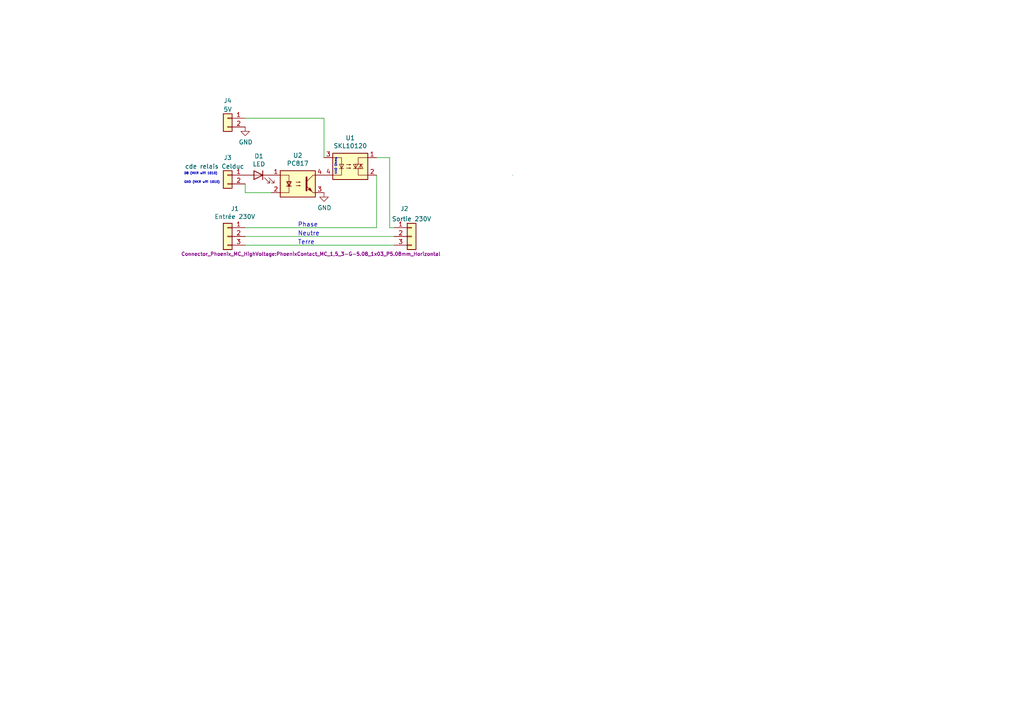
<source format=kicad_sch>
(kicad_sch (version 20211123) (generator eeschema)
  (paper "A4")
  (title_block (title "e-rupteur wifi - Carte cde relais") (date "2020-11-12") (rev "A") (company "A3C presqu'île"))
  (lib_symbols
    (symbol "e-r-wifi-rescue:Conn_01x02-Connector_Generic" (pin_names (offset 1.016) hide)
      (property "Reference" "J" (at 0 2.54 0))
      (property "Value" "Conn_01x02-Connector_Generic" (at 0 -5.08 0))
      (symbol "Conn_01x02-Connector_Generic_1_1"
        (rectangle (start -1.27 -2.413) (end 0 -2.667) (stroke (width 0.1524)))
        (rectangle (start -1.27 0.127) (end 0 -0.127) (stroke (width 0.1524)))
        (rectangle (start -1.27 1.27) (end 1.27 -3.81) (stroke (width 0.254)) (fill (type background)))
        (pin passive line (at -5.08 0 0) (length 3.81) (name "Pin_1") (number "1"))
        (pin passive line (at -5.08 -2.54 0) (length 3.81) (name "Pin_2") (number "2"))
      )
    )
    (symbol "e-r-wifi-rescue:Conn_01x03-Connector_Generic" (pin_names (offset 1.016) hide)
      (property "Reference" "J" (at 0 5.08 0))
      (property "Value" "Conn_01x03-Connector_Generic" (at 0 -5.08 0))
      (symbol "Conn_01x03-Connector_Generic_1_1"
        (rectangle (start -1.27 -2.413) (end 0 -2.667) (stroke (width 0.1524)))
        (rectangle (start -1.27 0.127) (end 0 -0.127) (stroke (width 0.1524)))
        (rectangle (start -1.27 2.667) (end 0 2.413) (stroke (width 0.1524)))
        (rectangle (start -1.27 3.81) (end 1.27 -3.81) (stroke (width 0.254)) (fill (type background)))
        (pin passive line (at -5.08 2.54 0) (length 3.81) (name "Pin_1") (number "1"))
        (pin passive line (at -5.08 0 0) (length 3.81) (name "Pin_2") (number "2"))
        (pin passive line (at -5.08 -2.54 0) (length 3.81) (name "Pin_3") (number "3"))
      )
    )
    (symbol "e-r-wifi-rescue:GND-power" (power) (pin_names (offset 0))
      (property "Value" "GND-power" (at 0 -3.81 0))
      (symbol "GND-power_0_1"
        (polyline (pts (xy 0 0) (xy 0 -1.27) (xy 1.27 -1.27) (xy 0 -2.54) (xy -1.27 -1.27) (xy 0 -1.27)))
      )
      (symbol "GND-power_1_1"
        (pin power_in line (at 0 0 270) (length 0) hide (name "GND") (number "1"))
      )
    )
    (symbol "e-r-wifi-rescue:LED-Device" (pin_numbers hide) (pin_names (offset 1.016) hide)
      (property "Reference" "D" (at 0 2.54 0))
      (property "Value" "LED-Device" (at 0 -2.54 0))
      (symbol "LED-Device_0_1"
        (polyline (pts (xy -1.27 -1.27) (xy -1.27 1.27)) (stroke (width 0.254)))
        (polyline (pts (xy -1.27 0) (xy 1.27 0)))
        (polyline (pts (xy 1.27 -1.27) (xy 1.27 1.27) (xy -1.27 0) (xy 1.27 -1.27)) (stroke (width 0.254)))
        (polyline (pts (xy -3.048 -0.762) (xy -4.572 -2.286) (xy -3.81 -2.286) (xy -4.572 -2.286) (xy -4.572 -1.524)))
        (polyline (pts (xy -1.778 -0.762) (xy -3.302 -2.286) (xy -2.54 -2.286) (xy -3.302 -2.286) (xy -3.302 -1.524)))
      )
      (symbol "LED-Device_1_1"
        (pin passive line (at -3.81 0 0) (length 2.54) (name "K") (number "1"))
        (pin passive line (at 3.81 0 180) (length 2.54) (name "A") (number "2"))
      )
    )
    (symbol "e-r-wifi-rescue:PC817-Isolator" (pin_names (offset 1.016))
      (property "Reference" "U" (at -5.08 5.08 0))
      (property "Value" "PC817-Isolator" (at 0 5.08 0))
      (symbol "PC817-Isolator_0_1"
        (rectangle (start -5.08 3.81) (end 5.08 -3.81) (stroke (width 0.254)) (fill (type background)))
        (polyline (pts (xy -3.175 -0.635) (xy -1.905 -0.635)) (stroke (width 0.254)))
        (polyline (pts (xy 2.54 0.635) (xy 4.445 2.54)))
        (polyline (pts (xy 4.445 -2.54) (xy 2.54 -0.635)) (fill (type outline)))
        (polyline (pts (xy 4.445 -2.54) (xy 5.08 -2.54)))
        (polyline (pts (xy 4.445 2.54) (xy 5.08 2.54)))
        (polyline (pts (xy -5.08 2.54) (xy -2.54 2.54) (xy -2.54 -0.635)))
        (polyline (pts (xy -2.54 -0.635) (xy -2.54 -2.54) (xy -5.08 -2.54)))
        (polyline (pts (xy 2.54 1.905) (xy 2.54 -1.905) (xy 2.54 -1.905)) (stroke (width 0.508)))
        (polyline (pts (xy -2.54 -0.635) (xy -3.175 0.635) (xy -1.905 0.635) (xy -2.54 -0.635)) (stroke (width 0.254)))
        (polyline (pts (xy -0.508 -0.508) (xy 0.762 -0.508) (xy 0.381 -0.635) (xy 0.381 -0.381) (xy 0.762 -0.508)))
        (polyline (pts (xy -0.508 0.508) (xy 0.762 0.508) (xy 0.381 0.381) (xy 0.381 0.635) (xy 0.762 0.508)))
        (polyline (pts (xy 3.048 -1.651) (xy 3.556 -1.143) (xy 4.064 -2.159) (xy 3.048 -1.651) (xy 3.048 -1.651)) (fill (type outline)))
      )
      (symbol "PC817-Isolator_1_1"
        (pin passive line (at -7.62 2.54 0) (length 2.54) (name "~") (number "1"))
        (pin passive line (at -7.62 -2.54 0) (length 2.54) (name "~") (number "2"))
        (pin passive line (at 7.62 -2.54 180) (length 2.54) (name "~") (number "3"))
        (pin passive line (at 7.62 2.54 180) (length 2.54) (name "~") (number "4"))
      )
    )
    (symbol "e-r-wifi-rescue:S102S01-Relay_SolidState"
      (property "Reference" "U" (at -5.08 5.08 0))
      (property "Value" "S102S01-Relay_SolidState" (at 0 5.08 0))
      (symbol "S102S01-Relay_SolidState_0_1"
        (rectangle (start -5.08 3.81) (end 5.08 -3.81) (stroke (width 0.254)) (fill (type background)))
        (polyline (pts (xy -3.175 -0.635) (xy -1.905 -0.635)))
        (polyline (pts (xy 1.524 -0.635) (xy 1.524 0.635)))
        (polyline (pts (xy 3.048 0.635) (xy 3.048 -0.635)))
        (polyline (pts (xy 2.286 -0.635) (xy 2.286 -2.54) (xy 5.08 -2.54)))
        (polyline (pts (xy 2.286 0.635) (xy 2.286 2.54) (xy 5.08 2.54)))
        (polyline (pts (xy -5.08 2.54) (xy -2.54 2.54) (xy -2.54 -2.54) (xy -5.08 -2.54)))
        (polyline (pts (xy -2.54 -0.635) (xy -3.175 0.635) (xy -1.905 0.635) (xy -2.54 -0.635)))
        (polyline (pts (xy 0.889 -0.635) (xy 3.683 -0.635) (xy 3.048 0.635) (xy 2.413 -0.635)))
        (polyline (pts (xy 3.683 0.635) (xy 0.889 0.635) (xy 1.524 -0.635) (xy 2.159 0.635)))
        (polyline (pts (xy -1.143 -0.508) (xy 0.127 -0.508) (xy -0.254 -0.635) (xy -0.254 -0.381) (xy 0.127 -0.508)))
        (polyline (pts (xy -1.143 0.508) (xy 0.127 0.508) (xy -0.254 0.381) (xy -0.254 0.635) (xy 0.127 0.508)))
      )
      (symbol "S102S01-Relay_SolidState_1_1"
        (pin passive line (at 7.62 2.54 180) (length 2.54) (name "~") (number "1"))
        (pin passive line (at 7.62 -2.54 180) (length 2.54) (name "~") (number "2"))
        (pin passive line (at -7.62 2.54 0) (length 2.54) (name "~") (number "3"))
        (pin passive line (at -7.62 -2.54 0) (length 2.54) (name "~") (number "4"))
      )
    )
  )
  (wire (pts (xy 71.12 71.12) (xy 114.3 71.12)))
  (wire (pts (xy 78.74 55.88) (xy 71.12 55.88)))
  (wire (pts (xy 148.717 50.8) (xy 148.717 50.8508)))
  (wire (pts (xy 71.12 55.88) (xy 71.12 53.34)))
  (wire (pts (xy 113.03 45.72) (xy 109.22 45.72)))
  (wire (pts (xy 93.98 34.29) (xy 93.98 45.72)))
  (wire (pts (xy 71.12 68.58) (xy 114.3 68.58)))
  (wire (pts (xy 109.22 66.04) (xy 109.22 50.8)))
  (wire (pts (xy 113.03 66.04) (xy 113.03 45.72)))
  (wire (pts (xy 71.12 66.04) (xy 109.22 66.04)))
  (wire (pts (xy 93.98 34.29) (xy 71.12 34.29)))
  (wire (pts (xy 114.3 66.04) (xy 113.03 66.04)))
  (text "GND (MKR wifi 1010)" (at 53.34 53.34 0) (effects (font (size 0.635 0.635)) (justify left bottom)))
  (text "Terre" (at 86.36 71.12 0) (effects (font (size 1.27 1.27)) (justify left bottom)))
  (text "D8 (MKR wifi 1010)" (at 53.34 50.8 0) (effects (font (size 0.635 0.635)) (justify left bottom)))
  (text "440 Ohms" (at 97.79 50.8 90) (effects (font (size 0.635 0.635)) (justify left bottom)))
  (text "Phase" (at 86.36 66.04 0) (effects (font (size 1.27 1.27)) (justify left bottom)))
  (text "Neutre" (at 86.36 68.58 0) (effects (font (size 1.27 1.27)) (justify left bottom)))
  (symbol (lib_id "e-r-wifi-rescue:Conn_01x03-Connector_Generic") (at 66.04 68.58 0) (mirror y) (unit 1)
    (property "Reference" "J1" (at 68.1228 60.5282 0))
    (property "Value" "Entrée 230V" (at 68.1228 62.8396 0))
    (property "Footprint" "Connector_Phoenix_MC_HighVoltage:PhoenixContact_MC_1,5_3-G-5.08_1x03_P5.08mm_Horizontal" (effects hide))
    (property "Datasheet" "https://fr.farnell.com/phoenix-contact/smkds-2-5-3-5-08/terminal-block-wire-to-brd-3pos/dp/1793041" (effects hide))
  )
  (symbol (lib_id "e-r-wifi-rescue:S102S01-Relay_SolidState") (at 101.6 48.26 0) (unit 1)
    (property "Reference" "U1" (at 101.6 40.005 0))
    (property "Value" "SKL10120" (at 101.6 42.3164 0))
    (property "Footprint" "SKL10120:SKL10120" (effects hide))
    (property "Datasheet" "https://www.e-catalogue.celduc-relais.com/fr/index.php?controller=attachment&id_attachment=42" (effects hide))
  )
  (symbol (lib_id "e-r-wifi-rescue:Conn_01x03-Connector_Generic") (at 119.38 68.58 0) (unit 1)
    (property "Reference" "J2" (at 117.2972 60.5282 0))
    (property "Value" "Sortie 230V" (at 119.38 63.5 0))
    (property "Footprint" "Connector_Phoenix_MC_HighVoltage:PhoenixContact_MC_1,5_3-G-5.08_1x03_P5.08mm_Horizontal" (at 90.17 73.66 0) (effects (font (size 1.016 1.016))))
    (property "Datasheet" "https://fr.farnell.com/phoenix-contact/smkds-2-5-3-5-08/terminal-block-wire-to-brd-3pos/dp/1793041" (effects hide))
  )
  (symbol (lib_id "e-r-wifi-rescue:PC817-Isolator") (at 86.36 53.34 0) (unit 1)
    (property "Reference" "U2" (at 86.36 45.085 0))
    (property "Value" "PC817" (at 86.36 47.3964 0))
    (property "Footprint" "Package_DIP:DIP-4_W7.62mm" (effects hide))
    (property "Datasheet" "http://www.soselectronic.cz/a_info/resource/d/pc817.pdf" (effects hide))
  )
  (symbol (lib_id "e-r-wifi-rescue:Conn_01x02-Connector_Generic") (at 66.04 50.8 0) (mirror y) (unit 1)
    (property "Reference" "J3" (at 66.04 45.72 0))
    (property "Value" "cde relais Celduc" (at 62.23 48.26 0))
    (property "Footprint" "Connector_PinHeader_2.54mm:PinHeader_1x02_P2.54mm_Vertical" (effects hide))
  )
  (symbol (lib_id "e-r-wifi-rescue:Conn_01x02-Connector_Generic") (at 66.04 34.29 0) (mirror y) (unit 1)
    (property "Reference" "J4" (at 66.04 29.21 0))
    (property "Value" "5V" (at 66.04 31.75 0))
    (property "Footprint" "Connector_PinHeader_2.54mm:PinHeader_1x02_P2.54mm_Vertical" (effects hide))
  )
  (symbol (lib_id "e-r-wifi-rescue:GND-power") (at 71.12 36.83 0) (unit 1)
    (property "Reference" "#PWR01" (effects hide))
    (property "Value" "GND" (at 71.247 41.2242 0))
  )
  (symbol (lib_id "e-r-wifi-rescue:GND-power") (at 93.98 55.88 0) (unit 1)
    (property "Reference" "#PWR02" (effects hide))
    (property "Value" "GND" (at 94.107 60.2742 0))
  )
  (symbol (lib_id "e-r-wifi-rescue:LED-Device") (at 74.93 50.8 0) (mirror y) (unit 1)
    (property "Reference" "D1" (at 75.1078 45.2882 0))
    (property "Value" "LED " (at 75.1078 47.5996 0))
    (property "Footprint" "Diode_THT:D_A-405_P2.54mm_Vertical_AnodeUp" (effects hide))
    (property "Datasheet" "https://asset.conrad.com/media10/add/160267/c1/-/en/000180129DS01/fiche-technique-180129-led-3-mm-jaune-kingbright-l-7104yd-l-7104yd-rond-15-mcd-40-20-ma-21-v-1-pcs.pdf" (effects hide))
  )
)
</source>
